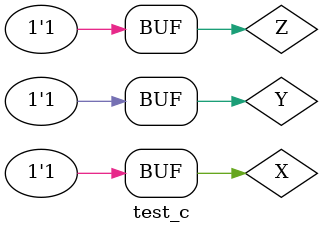
<source format=v>
module test_c;
wire Out;
reg X,Y,Z;

c_2 U0(.x(X),.y(Y),.z(Z),.out(Out));

initial
begin
    X=0;Y=0;Z=0;
    #10 X=0;Y=0;Z=1;
    #10 X=0;Y=1;Z=0;
    #10 X=0;Y=1;Z=1;
    #10 X=1;Y=0;Z=0;
    #10 X=1;Y=0;Z=1;
    #10 X=1;Y=1;Z=0;
    #10 X=1;Y=1;Z=1;
    #10 X=0;Y=0;Z=0;
    #10 X=0;Y=0;Z=1;
    #10 X=0;Y=1;Z=0;
    #10 X=0;Y=1;Z=1;
    #10 X=1;Y=0;Z=0;
    #10 X=1;Y=0;Z=1;
    #10 X=1;Y=1;Z=0;
    #10 X=1;Y=1;Z=1;
end
endmodule
</source>
